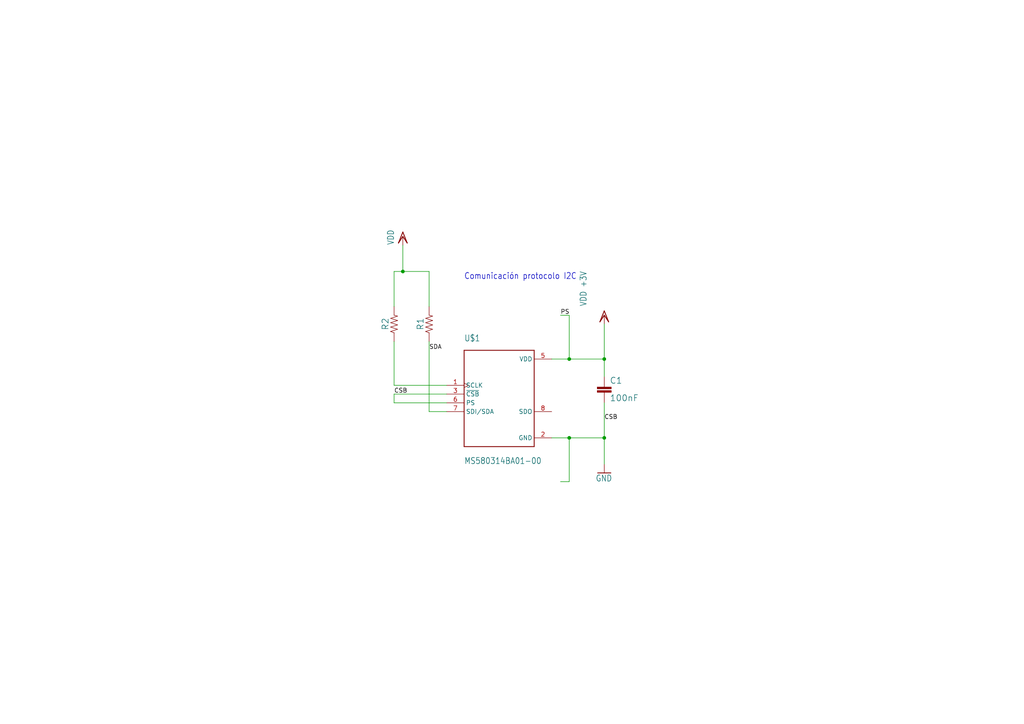
<source format=kicad_sch>
(kicad_sch
	(version 20231120)
	(generator "eeschema")
	(generator_version "8.0")
	(uuid "70baa734-c86b-45a2-9fd7-ae0ce5fd4f6d")
	(paper "A4")
	(lib_symbols
		(symbol "MS5803-01BA_I2C-eagle-import:1.0NF/1000PF-1206-2KV-10%"
			(exclude_from_sim no)
			(in_bom yes)
			(on_board yes)
			(property "Reference" "C"
				(at 1.524 2.921 0)
				(effects
					(font
						(size 1.778 1.778)
					)
					(justify left bottom)
				)
			)
			(property "Value" ""
				(at 1.524 -2.159 0)
				(effects
					(font
						(size 1.778 1.778)
					)
					(justify left bottom)
				)
			)
			(property "Footprint" "MS5803-01BA_I2C:1206"
				(at 0 0 0)
				(effects
					(font
						(size 1.27 1.27)
					)
					(hide yes)
				)
			)
			(property "Datasheet" ""
				(at 0 0 0)
				(effects
					(font
						(size 1.27 1.27)
					)
					(hide yes)
				)
			)
			(property "Description" "1nF/1,000pF ceramic capacitors\n\nA capacitor is a passive two-terminal electrical component used to store electrical energy temporarily in an electric field."
				(at 0 0 0)
				(effects
					(font
						(size 1.27 1.27)
					)
					(hide yes)
				)
			)
			(property "ki_locked" ""
				(at 0 0 0)
				(effects
					(font
						(size 1.27 1.27)
					)
				)
			)
			(symbol "1.0NF/1000PF-1206-2KV-10%_1_0"
				(rectangle
					(start -2.032 0.508)
					(end 2.032 1.016)
					(stroke
						(width 0)
						(type default)
					)
					(fill
						(type outline)
					)
				)
				(rectangle
					(start -2.032 1.524)
					(end 2.032 2.032)
					(stroke
						(width 0)
						(type default)
					)
					(fill
						(type outline)
					)
				)
				(polyline
					(pts
						(xy 0 0) (xy 0 0.508)
					)
					(stroke
						(width 0.1524)
						(type solid)
					)
					(fill
						(type none)
					)
				)
				(polyline
					(pts
						(xy 0 2.54) (xy 0 2.032)
					)
					(stroke
						(width 0.1524)
						(type solid)
					)
					(fill
						(type none)
					)
				)
				(pin passive line
					(at 0 5.08 270)
					(length 2.54)
					(name "1"
						(effects
							(font
								(size 0 0)
							)
						)
					)
					(number "1"
						(effects
							(font
								(size 0 0)
							)
						)
					)
				)
				(pin passive line
					(at 0 -2.54 90)
					(length 2.54)
					(name "2"
						(effects
							(font
								(size 0 0)
							)
						)
					)
					(number "2"
						(effects
							(font
								(size 0 0)
							)
						)
					)
				)
			)
		)
		(symbol "MS5803-01BA_I2C-eagle-import:GND"
			(power)
			(exclude_from_sim no)
			(in_bom yes)
			(on_board yes)
			(property "Reference" "#GND"
				(at 0 0 0)
				(effects
					(font
						(size 1.27 1.27)
					)
					(hide yes)
				)
			)
			(property "Value" ""
				(at -2.54 -2.54 0)
				(effects
					(font
						(size 1.778 1.5113)
					)
					(justify left bottom)
				)
			)
			(property "Footprint" ""
				(at 0 0 0)
				(effects
					(font
						(size 1.27 1.27)
					)
					(hide yes)
				)
			)
			(property "Datasheet" ""
				(at 0 0 0)
				(effects
					(font
						(size 1.27 1.27)
					)
					(hide yes)
				)
			)
			(property "Description" "SUPPLY SYMBOL"
				(at 0 0 0)
				(effects
					(font
						(size 1.27 1.27)
					)
					(hide yes)
				)
			)
			(property "ki_locked" ""
				(at 0 0 0)
				(effects
					(font
						(size 1.27 1.27)
					)
				)
			)
			(symbol "GND_1_0"
				(polyline
					(pts
						(xy -1.905 0) (xy 1.905 0)
					)
					(stroke
						(width 0.254)
						(type solid)
					)
					(fill
						(type none)
					)
				)
				(pin power_in line
					(at 0 2.54 270)
					(length 2.54)
					(name "GND"
						(effects
							(font
								(size 0 0)
							)
						)
					)
					(number "1"
						(effects
							(font
								(size 0 0)
							)
						)
					)
				)
			)
		)
		(symbol "MS5803-01BA_I2C-eagle-import:MS580314BA01-00"
			(exclude_from_sim no)
			(in_bom yes)
			(on_board yes)
			(property "Reference" ""
				(at -10.1618 15.2427 0)
				(effects
					(font
						(size 1.7783 1.5115)
					)
					(justify left bottom)
					(hide yes)
				)
			)
			(property "Value" ""
				(at -10.1651 -20.3303 0)
				(effects
					(font
						(size 1.7789 1.512)
					)
					(justify left bottom)
				)
			)
			(property "Footprint" "MS5803-01BA_I2C:XDCR_MS580314BA01-00"
				(at 0 0 0)
				(effects
					(font
						(size 1.27 1.27)
					)
					(hide yes)
				)
			)
			(property "Datasheet" ""
				(at 0 0 0)
				(effects
					(font
						(size 1.27 1.27)
					)
					(hide yes)
				)
			)
			(property "Description" "MINIATURE ALTIMETER MODULE https://pricing.snapeda.com/parts/MS580314BA01-00/Measurement%20Specialties/view-part?ref=eda Check availability"
				(at 0 0 0)
				(effects
					(font
						(size 1.27 1.27)
					)
					(hide yes)
				)
			)
			(property "ki_locked" ""
				(at 0 0 0)
				(effects
					(font
						(size 1.27 1.27)
					)
				)
			)
			(symbol "MS580314BA01-00_1_0"
				(polyline
					(pts
						(xy -10.16 -15.24) (xy -10.16 12.7)
					)
					(stroke
						(width 0.254)
						(type solid)
					)
					(fill
						(type none)
					)
				)
				(polyline
					(pts
						(xy -10.16 12.7) (xy 10.16 12.7)
					)
					(stroke
						(width 0.254)
						(type solid)
					)
					(fill
						(type none)
					)
				)
				(polyline
					(pts
						(xy 10.16 -15.24) (xy -10.16 -15.24)
					)
					(stroke
						(width 0.254)
						(type solid)
					)
					(fill
						(type none)
					)
				)
				(polyline
					(pts
						(xy 10.16 12.7) (xy 10.16 -15.24)
					)
					(stroke
						(width 0.254)
						(type solid)
					)
					(fill
						(type none)
					)
				)
				(pin input clock
					(at -15.24 2.54 0)
					(length 5.08)
					(name "SCLK"
						(effects
							(font
								(size 1.27 1.27)
							)
						)
					)
					(number "1"
						(effects
							(font
								(size 1.27 1.27)
							)
						)
					)
				)
				(pin passive line
					(at 15.24 -12.7 180)
					(length 5.08)
					(name "GND"
						(effects
							(font
								(size 1.27 1.27)
							)
						)
					)
					(number "2"
						(effects
							(font
								(size 1.27 1.27)
							)
						)
					)
				)
				(pin input line
					(at -15.24 0 0)
					(length 5.08)
					(name "~{CSB}"
						(effects
							(font
								(size 1.27 1.27)
							)
						)
					)
					(number "3"
						(effects
							(font
								(size 1.27 1.27)
							)
						)
					)
				)
				(pin power_in line
					(at 15.24 10.16 180)
					(length 5.08)
					(name "VDD"
						(effects
							(font
								(size 1.27 1.27)
							)
						)
					)
					(number "5"
						(effects
							(font
								(size 1.27 1.27)
							)
						)
					)
				)
				(pin input line
					(at -15.24 -2.54 0)
					(length 5.08)
					(name "PS"
						(effects
							(font
								(size 1.27 1.27)
							)
						)
					)
					(number "6"
						(effects
							(font
								(size 1.27 1.27)
							)
						)
					)
				)
				(pin input line
					(at -15.24 -5.08 0)
					(length 5.08)
					(name "SDI/SDA"
						(effects
							(font
								(size 1.27 1.27)
							)
						)
					)
					(number "7"
						(effects
							(font
								(size 1.27 1.27)
							)
						)
					)
				)
				(pin output line
					(at 15.24 -5.08 180)
					(length 5.08)
					(name "SDO"
						(effects
							(font
								(size 1.27 1.27)
							)
						)
					)
					(number "8"
						(effects
							(font
								(size 1.27 1.27)
							)
						)
					)
				)
			)
		)
		(symbol "MS5803-01BA_I2C-eagle-import:RESISTOR1206"
			(exclude_from_sim no)
			(in_bom yes)
			(on_board yes)
			(property "Reference" "R"
				(at 0 1.524 0)
				(effects
					(font
						(size 1.778 1.778)
					)
					(justify bottom)
				)
			)
			(property "Value" ""
				(at 0 -1.524 0)
				(effects
					(font
						(size 1.778 1.778)
					)
					(justify top)
				)
			)
			(property "Footprint" "MS5803-01BA_I2C:1206"
				(at 0 0 0)
				(effects
					(font
						(size 1.27 1.27)
					)
					(hide yes)
				)
			)
			(property "Datasheet" ""
				(at 0 0 0)
				(effects
					(font
						(size 1.27 1.27)
					)
					(hide yes)
				)
			)
			(property "Description" "Generic Resistor Package"
				(at 0 0 0)
				(effects
					(font
						(size 1.27 1.27)
					)
					(hide yes)
				)
			)
			(property "ki_locked" ""
				(at 0 0 0)
				(effects
					(font
						(size 1.27 1.27)
					)
				)
			)
			(symbol "RESISTOR1206_1_0"
				(polyline
					(pts
						(xy -2.54 0) (xy -2.159 1.016)
					)
					(stroke
						(width 0.1524)
						(type solid)
					)
					(fill
						(type none)
					)
				)
				(polyline
					(pts
						(xy -2.159 1.016) (xy -1.524 -1.016)
					)
					(stroke
						(width 0.1524)
						(type solid)
					)
					(fill
						(type none)
					)
				)
				(polyline
					(pts
						(xy -1.524 -1.016) (xy -0.889 1.016)
					)
					(stroke
						(width 0.1524)
						(type solid)
					)
					(fill
						(type none)
					)
				)
				(polyline
					(pts
						(xy -0.889 1.016) (xy -0.254 -1.016)
					)
					(stroke
						(width 0.1524)
						(type solid)
					)
					(fill
						(type none)
					)
				)
				(polyline
					(pts
						(xy -0.254 -1.016) (xy 0.381 1.016)
					)
					(stroke
						(width 0.1524)
						(type solid)
					)
					(fill
						(type none)
					)
				)
				(polyline
					(pts
						(xy 0.381 1.016) (xy 1.016 -1.016)
					)
					(stroke
						(width 0.1524)
						(type solid)
					)
					(fill
						(type none)
					)
				)
				(polyline
					(pts
						(xy 1.016 -1.016) (xy 1.651 1.016)
					)
					(stroke
						(width 0.1524)
						(type solid)
					)
					(fill
						(type none)
					)
				)
				(polyline
					(pts
						(xy 1.651 1.016) (xy 2.286 -1.016)
					)
					(stroke
						(width 0.1524)
						(type solid)
					)
					(fill
						(type none)
					)
				)
				(polyline
					(pts
						(xy 2.286 -1.016) (xy 2.54 0)
					)
					(stroke
						(width 0.1524)
						(type solid)
					)
					(fill
						(type none)
					)
				)
				(pin passive line
					(at -5.08 0 0)
					(length 2.54)
					(name "1"
						(effects
							(font
								(size 0 0)
							)
						)
					)
					(number "1"
						(effects
							(font
								(size 0 0)
							)
						)
					)
				)
				(pin passive line
					(at 5.08 0 180)
					(length 2.54)
					(name "2"
						(effects
							(font
								(size 0 0)
							)
						)
					)
					(number "2"
						(effects
							(font
								(size 0 0)
							)
						)
					)
				)
			)
		)
		(symbol "MS5803-01BA_I2C-eagle-import:VDD"
			(power)
			(exclude_from_sim no)
			(in_bom yes)
			(on_board yes)
			(property "Reference" "#VDD"
				(at 0 0 0)
				(effects
					(font
						(size 1.27 1.27)
					)
					(hide yes)
				)
			)
			(property "Value" ""
				(at -2.54 -2.54 90)
				(effects
					(font
						(size 1.778 1.5113)
					)
					(justify left bottom)
				)
			)
			(property "Footprint" ""
				(at 0 0 0)
				(effects
					(font
						(size 1.27 1.27)
					)
					(hide yes)
				)
			)
			(property "Datasheet" ""
				(at 0 0 0)
				(effects
					(font
						(size 1.27 1.27)
					)
					(hide yes)
				)
			)
			(property "Description" "SUPPLY SYMBOL"
				(at 0 0 0)
				(effects
					(font
						(size 1.27 1.27)
					)
					(hide yes)
				)
			)
			(property "ki_locked" ""
				(at 0 0 0)
				(effects
					(font
						(size 1.27 1.27)
					)
				)
			)
			(symbol "VDD_1_0"
				(polyline
					(pts
						(xy 0 0) (xy -1.27 -1.905)
					)
					(stroke
						(width 0.254)
						(type solid)
					)
					(fill
						(type none)
					)
				)
				(polyline
					(pts
						(xy 0 1.27) (xy -1.27 -1.905)
					)
					(stroke
						(width 0.254)
						(type solid)
					)
					(fill
						(type none)
					)
				)
				(polyline
					(pts
						(xy 1.27 -1.905) (xy 0 0)
					)
					(stroke
						(width 0.254)
						(type solid)
					)
					(fill
						(type none)
					)
				)
				(polyline
					(pts
						(xy 1.27 -1.905) (xy 0 1.27)
					)
					(stroke
						(width 0.254)
						(type solid)
					)
					(fill
						(type none)
					)
				)
				(pin power_in line
					(at 0 -2.54 90)
					(length 2.54)
					(name "VDD"
						(effects
							(font
								(size 0 0)
							)
						)
					)
					(number "1"
						(effects
							(font
								(size 0 0)
							)
						)
					)
				)
			)
		)
	)
	(junction
		(at 165.1 127)
		(diameter 0)
		(color 0 0 0 0)
		(uuid "0ba7d615-a466-432b-8367-e723bd28be77")
	)
	(junction
		(at 165.1 104.14)
		(diameter 0)
		(color 0 0 0 0)
		(uuid "1b38dc77-5e1a-41e7-beae-5aabeb3cf816")
	)
	(junction
		(at 116.84 78.74)
		(diameter 0)
		(color 0 0 0 0)
		(uuid "b09dcf26-eb72-4d7f-985c-1788fb2efa58")
	)
	(junction
		(at 175.26 127)
		(diameter 0)
		(color 0 0 0 0)
		(uuid "b653cea3-d6ea-445f-913b-eeffe5e587da")
	)
	(junction
		(at 175.26 104.14)
		(diameter 0)
		(color 0 0 0 0)
		(uuid "db8e7fd6-1d25-46a1-9449-9714ca20324f")
	)
	(wire
		(pts
			(xy 124.46 119.38) (xy 129.54 119.38)
		)
		(stroke
			(width 0.1524)
			(type solid)
		)
		(uuid "0cca3fdd-23fd-4373-8d82-0b46d8a55a87")
	)
	(wire
		(pts
			(xy 114.3 116.84) (xy 124.46 116.84)
		)
		(stroke
			(width 0.1524)
			(type solid)
		)
		(uuid "26c70a26-5eda-449b-8c66-da1da1ae8549")
	)
	(wire
		(pts
			(xy 160.02 104.14) (xy 165.1 104.14)
		)
		(stroke
			(width 0.1524)
			(type solid)
		)
		(uuid "2e17a533-8c3e-40ff-b074-f3868f55c1f7")
	)
	(wire
		(pts
			(xy 165.1 139.7) (xy 162.56 139.7)
		)
		(stroke
			(width 0.1524)
			(type solid)
		)
		(uuid "3925dc31-abb7-4750-9722-cac7b7e7c0a6")
	)
	(wire
		(pts
			(xy 129.54 116.84) (xy 124.46 116.84)
		)
		(stroke
			(width 0.1524)
			(type solid)
		)
		(uuid "4542fd91-bfc4-4ac9-b5a5-c51eb0e258eb")
	)
	(wire
		(pts
			(xy 160.02 127) (xy 165.1 127)
		)
		(stroke
			(width 0.1524)
			(type solid)
		)
		(uuid "4d812274-3a09-4723-b557-ea58d1d10959")
	)
	(wire
		(pts
			(xy 124.46 99.06) (xy 124.46 119.38)
		)
		(stroke
			(width 0.1524)
			(type solid)
		)
		(uuid "4e9a5aff-7b47-4f0e-9d22-3d7eb8daddd4")
	)
	(wire
		(pts
			(xy 124.46 114.3) (xy 114.3 114.3)
		)
		(stroke
			(width 0.1524)
			(type solid)
		)
		(uuid "5702ef9a-2c18-48c0-8629-7dd8c0d549a8")
	)
	(wire
		(pts
			(xy 114.3 111.76) (xy 129.54 111.76)
		)
		(stroke
			(width 0.1524)
			(type solid)
		)
		(uuid "648a192d-2a65-408d-9a05-c12491ee5539")
	)
	(wire
		(pts
			(xy 129.54 114.3) (xy 124.46 114.3)
		)
		(stroke
			(width 0.1524)
			(type solid)
		)
		(uuid "70465e43-98e5-4fb5-8743-2be87d2eb387")
	)
	(wire
		(pts
			(xy 116.84 78.74) (xy 114.3 78.74)
		)
		(stroke
			(width 0.1524)
			(type solid)
		)
		(uuid "77a3b6d6-f839-4d95-a762-22677bcc5f1a")
	)
	(wire
		(pts
			(xy 175.26 116.84) (xy 175.26 127)
		)
		(stroke
			(width 0.1524)
			(type solid)
		)
		(uuid "7b354d38-26b1-45ba-ab42-c3d83d768009")
	)
	(wire
		(pts
			(xy 114.3 114.3) (xy 114.3 116.84)
		)
		(stroke
			(width 0.1524)
			(type solid)
		)
		(uuid "7d5eb0cf-19b9-48a4-82ca-0bc48439d97d")
	)
	(wire
		(pts
			(xy 165.1 91.44) (xy 162.56 91.44)
		)
		(stroke
			(width 0.1524)
			(type solid)
		)
		(uuid "8481478f-411d-4fe5-873e-0d8c9151642f")
	)
	(wire
		(pts
			(xy 114.3 78.74) (xy 114.3 88.9)
		)
		(stroke
			(width 0.1524)
			(type solid)
		)
		(uuid "8ca5f4a3-c8d3-475e-949a-cd6569b716f6")
	)
	(wire
		(pts
			(xy 116.84 78.74) (xy 124.46 78.74)
		)
		(stroke
			(width 0.1524)
			(type solid)
		)
		(uuid "a08f38e2-a6a7-4122-ac24-0a5d97c4754d")
	)
	(wire
		(pts
			(xy 165.1 104.14) (xy 175.26 104.14)
		)
		(stroke
			(width 0.1524)
			(type solid)
		)
		(uuid "b41ecc1a-c11a-436f-b1ff-0e1a6b0514b5")
	)
	(wire
		(pts
			(xy 165.1 127) (xy 165.1 139.7)
		)
		(stroke
			(width 0.1524)
			(type solid)
		)
		(uuid "ba087072-c00b-47c9-ae58-55578d74f64d")
	)
	(wire
		(pts
			(xy 165.1 104.14) (xy 165.1 91.44)
		)
		(stroke
			(width 0.1524)
			(type solid)
		)
		(uuid "ba6ff90e-264d-4b58-8c3f-df8e07df196a")
	)
	(wire
		(pts
			(xy 175.26 93.98) (xy 175.26 104.14)
		)
		(stroke
			(width 0.1524)
			(type solid)
		)
		(uuid "e12452e1-ea94-48ab-aba6-9377ff0c9fc5")
	)
	(wire
		(pts
			(xy 165.1 127) (xy 175.26 127)
		)
		(stroke
			(width 0.1524)
			(type solid)
		)
		(uuid "e6d75ef3-7ea4-4d18-b35f-9c94e74f7b73")
	)
	(wire
		(pts
			(xy 175.26 127) (xy 175.26 134.62)
		)
		(stroke
			(width 0.1524)
			(type solid)
		)
		(uuid "edd2a48d-0682-40f7-adc5-05fb1758bc9f")
	)
	(wire
		(pts
			(xy 114.3 99.06) (xy 114.3 111.76)
		)
		(stroke
			(width 0.1524)
			(type solid)
		)
		(uuid "f7ebe13f-46d8-410e-8b49-7fc01263e75a")
	)
	(wire
		(pts
			(xy 116.84 71.12) (xy 116.84 78.74)
		)
		(stroke
			(width 0.1524)
			(type solid)
		)
		(uuid "f8451476-04dd-4f48-a3a3-fdf888d719c0")
	)
	(wire
		(pts
			(xy 175.26 104.14) (xy 175.26 109.22)
		)
		(stroke
			(width 0.1524)
			(type solid)
		)
		(uuid "f9317d08-1500-42f9-b93f-9bd3b53c5c43")
	)
	(wire
		(pts
			(xy 124.46 78.74) (xy 124.46 88.9)
		)
		(stroke
			(width 0.1524)
			(type solid)
		)
		(uuid "fd83dd5e-cbbd-4f77-92f7-94446db8e115")
	)
	(text "Comunicación protocolo I2C"
		(exclude_from_sim no)
		(at 134.62 81.28 0)
		(effects
			(font
				(size 1.778 1.5113)
			)
			(justify left bottom)
		)
		(uuid "0e3f4b45-57e3-4915-bfbd-8e45bcb821f0")
	)
	(label "SDA"
		(at 124.46 101.6 0)
		(effects
			(font
				(size 1.2446 1.2446)
			)
			(justify left bottom)
		)
		(uuid "b2594065-8bab-482f-9429-5dca65a7bf87")
	)
	(label "PS"
		(at 162.56 91.44 0)
		(effects
			(font
				(size 1.2446 1.2446)
			)
			(justify left bottom)
		)
		(uuid "c0e32892-b429-4acf-af81-ecd2c07cd712")
	)
	(label "CSB"
		(at 114.3 114.3 0)
		(effects
			(font
				(size 1.2446 1.2446)
			)
			(justify left bottom)
		)
		(uuid "c41651d6-2d59-4ab4-b283-1e0ed1fa3616")
	)
	(label "CSB"
		(at 175.26 121.92 0)
		(effects
			(font
				(size 1.2446 1.2446)
			)
			(justify left bottom)
		)
		(uuid "d1c9d3f9-a0fb-47ca-8387-52bdbea18976")
	)
	(symbol
		(lib_id "MS5803-01BA_I2C-eagle-import:1.0NF/1000PF-1206-2KV-10%")
		(at 175.26 114.3 0)
		(unit 1)
		(exclude_from_sim no)
		(in_bom yes)
		(on_board yes)
		(dnp no)
		(uuid "35a777f3-90f8-4715-b3be-bd7201a3468b")
		(property "Reference" "C1"
			(at 176.784 111.379 0)
			(effects
				(font
					(size 1.778 1.778)
				)
				(justify left bottom)
			)
		)
		(property "Value" "100nF"
			(at 176.784 116.459 0)
			(effects
				(font
					(size 1.778 1.778)
				)
				(justify left bottom)
			)
		)
		(property "Footprint" "MS5803-01BA_I2C:1206"
			(at 175.26 114.3 0)
			(effects
				(font
					(size 1.27 1.27)
				)
				(hide yes)
			)
		)
		(property "Datasheet" ""
			(at 175.26 114.3 0)
			(effects
				(font
					(size 1.27 1.27)
				)
				(hide yes)
			)
		)
		(property "Description" ""
			(at 175.26 114.3 0)
			(effects
				(font
					(size 1.27 1.27)
				)
				(hide yes)
			)
		)
		(pin "1"
			(uuid "0886cf48-43a4-4be4-866c-f0719e59fae6")
		)
		(pin "2"
			(uuid "83dc228c-ad2d-4e1c-aca0-84a1838f4292")
		)
		(instances
			(project ""
				(path "/70baa734-c86b-45a2-9fd7-ae0ce5fd4f6d"
					(reference "C1")
					(unit 1)
				)
			)
		)
	)
	(symbol
		(lib_id "MS5803-01BA_I2C-eagle-import:RESISTOR1206")
		(at 114.3 93.98 90)
		(unit 1)
		(exclude_from_sim no)
		(in_bom yes)
		(on_board yes)
		(dnp no)
		(uuid "61bb2dff-5c30-46fb-b87e-17dcf69bbda7")
		(property "Reference" "R2"
			(at 112.776 93.98 0)
			(effects
				(font
					(size 1.778 1.778)
				)
				(justify bottom)
			)
		)
		(property "Value" ""
			(at 115.824 93.98 0)
			(effects
				(font
					(size 1.778 1.778)
				)
				(justify top)
			)
		)
		(property "Footprint" "MS5803-01BA_I2C:1206"
			(at 114.3 93.98 0)
			(effects
				(font
					(size 1.27 1.27)
				)
				(hide yes)
			)
		)
		(property "Datasheet" ""
			(at 114.3 93.98 0)
			(effects
				(font
					(size 1.27 1.27)
				)
				(hide yes)
			)
		)
		(property "Description" ""
			(at 114.3 93.98 0)
			(effects
				(font
					(size 1.27 1.27)
				)
				(hide yes)
			)
		)
		(pin "1"
			(uuid "ded3b52a-d597-4956-93d1-a2465aa16e59")
		)
		(pin "2"
			(uuid "15696017-1369-4120-aabb-2368293f3879")
		)
		(instances
			(project ""
				(path "/70baa734-c86b-45a2-9fd7-ae0ce5fd4f6d"
					(reference "R2")
					(unit 1)
				)
			)
		)
	)
	(symbol
		(lib_id "MS5803-01BA_I2C-eagle-import:VDD")
		(at 116.84 68.58 0)
		(unit 1)
		(exclude_from_sim no)
		(in_bom yes)
		(on_board yes)
		(dnp no)
		(uuid "6df2bbc4-0483-4de5-bd1c-cb5e38ff7645")
		(property "Reference" "#VDD2"
			(at 116.84 68.58 0)
			(effects
				(font
					(size 1.27 1.27)
				)
				(hide yes)
			)
		)
		(property "Value" "VDD"
			(at 114.3 71.12 90)
			(effects
				(font
					(size 1.778 1.5113)
				)
				(justify left bottom)
			)
		)
		(property "Footprint" ""
			(at 116.84 68.58 0)
			(effects
				(font
					(size 1.27 1.27)
				)
				(hide yes)
			)
		)
		(property "Datasheet" ""
			(at 116.84 68.58 0)
			(effects
				(font
					(size 1.27 1.27)
				)
				(hide yes)
			)
		)
		(property "Description" ""
			(at 116.84 68.58 0)
			(effects
				(font
					(size 1.27 1.27)
				)
				(hide yes)
			)
		)
		(pin "1"
			(uuid "6f2b5eba-b37b-427b-a23b-1362e927f853")
		)
		(instances
			(project ""
				(path "/70baa734-c86b-45a2-9fd7-ae0ce5fd4f6d"
					(reference "#VDD2")
					(unit 1)
				)
			)
		)
	)
	(symbol
		(lib_id "MS5803-01BA_I2C-eagle-import:GND")
		(at 175.26 137.16 0)
		(unit 1)
		(exclude_from_sim no)
		(in_bom yes)
		(on_board yes)
		(dnp no)
		(uuid "7b4bb9d0-8c89-40fb-a4d0-b806c67480f1")
		(property "Reference" "#GND1"
			(at 175.26 137.16 0)
			(effects
				(font
					(size 1.27 1.27)
				)
				(hide yes)
			)
		)
		(property "Value" "GND"
			(at 172.72 139.7 0)
			(effects
				(font
					(size 1.778 1.5113)
				)
				(justify left bottom)
			)
		)
		(property "Footprint" ""
			(at 175.26 137.16 0)
			(effects
				(font
					(size 1.27 1.27)
				)
				(hide yes)
			)
		)
		(property "Datasheet" ""
			(at 175.26 137.16 0)
			(effects
				(font
					(size 1.27 1.27)
				)
				(hide yes)
			)
		)
		(property "Description" ""
			(at 175.26 137.16 0)
			(effects
				(font
					(size 1.27 1.27)
				)
				(hide yes)
			)
		)
		(pin "1"
			(uuid "5b0b9fbf-0020-47fe-a134-c05f27e9fa7d")
		)
		(instances
			(project ""
				(path "/70baa734-c86b-45a2-9fd7-ae0ce5fd4f6d"
					(reference "#GND1")
					(unit 1)
				)
			)
		)
	)
	(symbol
		(lib_id "MS5803-01BA_I2C-eagle-import:RESISTOR1206")
		(at 124.46 93.98 90)
		(unit 1)
		(exclude_from_sim no)
		(in_bom yes)
		(on_board yes)
		(dnp no)
		(uuid "8cc4cce9-ba20-44be-8fc8-7813e0139c68")
		(property "Reference" "R1"
			(at 122.936 93.98 0)
			(effects
				(font
					(size 1.778 1.778)
				)
				(justify bottom)
			)
		)
		(property "Value" ""
			(at 125.984 93.98 0)
			(effects
				(font
					(size 1.778 1.778)
				)
				(justify top)
			)
		)
		(property "Footprint" "MS5803-01BA_I2C:1206"
			(at 124.46 93.98 0)
			(effects
				(font
					(size 1.27 1.27)
				)
				(hide yes)
			)
		)
		(property "Datasheet" ""
			(at 124.46 93.98 0)
			(effects
				(font
					(size 1.27 1.27)
				)
				(hide yes)
			)
		)
		(property "Description" ""
			(at 124.46 93.98 0)
			(effects
				(font
					(size 1.27 1.27)
				)
				(hide yes)
			)
		)
		(pin "2"
			(uuid "93951f0d-2060-48b2-9242-aae73b575659")
		)
		(pin "1"
			(uuid "64b796ca-4ddf-425d-9308-d2102b7b837d")
		)
		(instances
			(project ""
				(path "/70baa734-c86b-45a2-9fd7-ae0ce5fd4f6d"
					(reference "R1")
					(unit 1)
				)
			)
		)
	)
	(symbol
		(lib_id "MS5803-01BA_I2C-eagle-import:VDD")
		(at 175.26 91.44 0)
		(unit 1)
		(exclude_from_sim no)
		(in_bom yes)
		(on_board yes)
		(dnp no)
		(uuid "a160a555-75ae-4134-99ac-e6421b816a7d")
		(property "Reference" "#VDD1"
			(at 175.26 91.44 0)
			(effects
				(font
					(size 1.27 1.27)
				)
				(hide yes)
			)
		)
		(property "Value" "VDD +3V"
			(at 170.18 88.9 90)
			(effects
				(font
					(size 1.778 1.5113)
				)
				(justify left bottom)
			)
		)
		(property "Footprint" ""
			(at 175.26 91.44 0)
			(effects
				(font
					(size 1.27 1.27)
				)
				(hide yes)
			)
		)
		(property "Datasheet" ""
			(at 175.26 91.44 0)
			(effects
				(font
					(size 1.27 1.27)
				)
				(hide yes)
			)
		)
		(property "Description" ""
			(at 175.26 91.44 0)
			(effects
				(font
					(size 1.27 1.27)
				)
				(hide yes)
			)
		)
		(pin "1"
			(uuid "52fb3341-6c84-40b4-9bec-58b2e5770dd0")
		)
		(instances
			(project ""
				(path "/70baa734-c86b-45a2-9fd7-ae0ce5fd4f6d"
					(reference "#VDD1")
					(unit 1)
				)
			)
		)
	)
	(symbol
		(lib_id "MS5803-01BA_I2C-eagle-import:MS580314BA01-00")
		(at 144.78 114.3 0)
		(unit 1)
		(exclude_from_sim no)
		(in_bom yes)
		(on_board yes)
		(dnp no)
		(uuid "ba0bfd88-cfd9-4c17-bc0a-c86e7b8814d0")
		(property "Reference" "U$1"
			(at 134.6182 99.0573 0)
			(effects
				(font
					(size 1.7783 1.5115)
				)
				(justify left bottom)
			)
		)
		(property "Value" "MS580314BA01-00"
			(at 134.6149 134.6303 0)
			(effects
				(font
					(size 1.7789 1.512)
				)
				(justify left bottom)
			)
		)
		(property "Footprint" "MS5803-01BA_I2C:XDCR_MS580314BA01-00"
			(at 144.78 114.3 0)
			(effects
				(font
					(size 1.27 1.27)
				)
				(hide yes)
			)
		)
		(property "Datasheet" ""
			(at 144.78 114.3 0)
			(effects
				(font
					(size 1.27 1.27)
				)
				(hide yes)
			)
		)
		(property "Description" ""
			(at 144.78 114.3 0)
			(effects
				(font
					(size 1.27 1.27)
				)
				(hide yes)
			)
		)
		(pin "2"
			(uuid "bf576187-244c-4b8c-899a-f06d4a328494")
		)
		(pin "7"
			(uuid "ea8bac8c-f3fb-4640-b289-279b54a2a406")
		)
		(pin "3"
			(uuid "f8ed0f82-86c2-4b54-b96f-83b1f91ea74f")
		)
		(pin "5"
			(uuid "bc4b39ff-3200-47a4-add3-d1c200350689")
		)
		(pin "8"
			(uuid "7730dcc7-ae9d-4e65-a786-83bdc94b5abc")
		)
		(pin "1"
			(uuid "1ac7fb48-d424-4dff-a23b-47ed2e61a3a1")
		)
		(pin "6"
			(uuid "acbac5e4-c191-4925-a41f-1cde74db057b")
		)
		(instances
			(project ""
				(path "/70baa734-c86b-45a2-9fd7-ae0ce5fd4f6d"
					(reference "U$1")
					(unit 1)
				)
			)
		)
	)
	(sheet_instances
		(path "/"
			(page "1")
		)
	)
)

</source>
